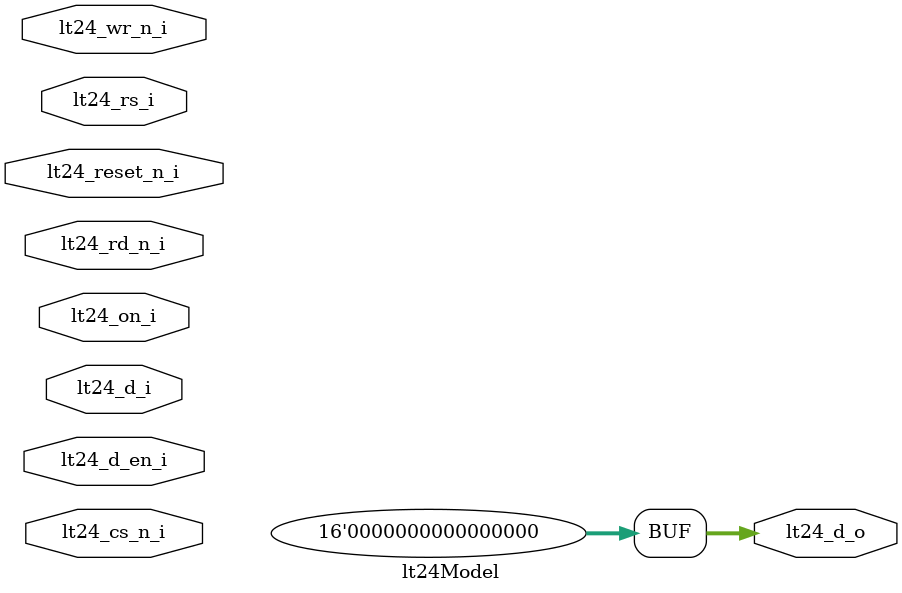
<source format=v>

module lt24Model (

// OUTPUTs
    lt24_d_o,                      // LT24 Data input

// INPUTs
    lt24_cs_n_i,                   // LT24 Chip select (Active low)
    lt24_rd_n_i,                   // LT24 Read strobe (Active low)
    lt24_wr_n_i,                   // LT24 Write strobe (Active low)
    lt24_rs_i,                     // LT24 Command/Param selection (Cmd=0/Param=1)
    lt24_d_i,                      // LT24 Data output
    lt24_d_en_i,                   // LT24 Data output enable
    lt24_reset_n_i,                // LT24 Reset (Active Low)
    lt24_on_i                      // LT24 on/off
);

// OUTPUTs
//============
output      [15:0] lt24_d_o;       // LT24 Data input

// INPUTs
//============
input              lt24_cs_n_i;    // LT24 Chip select (Active low)
input              lt24_rd_n_i;    // LT24 Read strobe (Active low)
input              lt24_wr_n_i;    // LT24 Write strobe (Active low)
input              lt24_rs_i;      // LT24 Command/Param selection (Cmd=0/Param=1)
input       [15:0] lt24_d_i;       // LT24 Data output
input              lt24_d_en_i;    // LT24 Data output enable
input              lt24_reset_n_i; // LT24 Reset (Active Low)
input              lt24_on_i;      // LT24 on/off


//----------------------------------------------------------------------------
// 
//----------------------------------------------------------------------------

// PARAMETERs
//============

// Screen
parameter LT24_WIDTH   = 320;
parameter LT24_HEIGHT  = 240;
parameter LT24_SIZE    = LT24_WIDTH * LT24_HEIGHT;

// Command
parameter CMD_NOP                       =  16'h0000;
parameter CMD_SOFTWARE_RESET            =  16'h0001;
parameter CMD_READ_DISPLAY_ID           =  16'h0004;
parameter CMD_READ_DISPLAY_STATUS       =  16'h0009;
parameter CMD_READ_DISPLAY_POWER_MODE   =  16'h000A;
parameter CMD_READ_DISPLAY_MADCTL       =  16'h000B;
parameter CMD_READ_DISPLAY_PIXEL_FORMAT =  16'h000C;
parameter CMD_READ_DISPLAY_IMAGE_FORMAT =  16'h000D;
parameter CMD_READ_DISPLAY_SIGNAL_MODE  =  16'h000E;
parameter CMD_READ_DISPLAY_SELF_DIAG    =  16'h000F;
parameter CMD_ENTER_SLEEP_MODE          =  16'h0010;
parameter CMD_SLEEP_OUT                 =  16'h0011;
parameter CMD_PARTIAL_MODE_ON           =  16'h0012;
parameter CMD_NORMAL_DISPLAY_MODE_ON    =  16'h0013;
parameter CMD_DISPLAY_INVERSION_OFF     =  16'h0020;
parameter CMD_DISPLAY_INVERSION_ON      =  16'h0021;
parameter CMD_GAMMA_SET                 =  16'h0026;
parameter CMD_DISPLAY_OFF               =  16'h0028;
parameter CMD_DISPLAY_ON                =  16'h0029;
parameter CMD_COLUMN_ADDRESS_SET        =  16'h002A;
parameter CMD_PAGE_ADDRESS_SET          =  16'h002B;
parameter CMD_MEMORY_WRITE              =  16'h002C;
parameter CMD_COLOR_SET                 =  16'h002D;
parameter CMD_MEMORY_READ               =  16'h002E;
parameter CMD_PARTIAL_AREA              =  16'h0030;
parameter CMD_VERTICAL_SCROLLING_DEF    =  16'h0033;
parameter CMD_TEARING_EFFECT_LINE_OFF   =  16'h0034;
parameter CMD_TEARING_EFFECT_LINE_ON    =  16'h0035;
parameter CMD_MEMORY_ACCESS_CONTROL     =  16'h0036;
parameter CMD_VERTICAL_SCROL_START_ADDR =  16'h0037;
parameter CMD_IDLE_MODE_OFF             =  16'h0038;
parameter CMD_IDLE_MODE_ON              =  16'h0039;
parameter CMD_PIXEL_FORMAT_SET          =  16'h003A;
parameter CMD_WRITE_MEMORY_CONTINUE     =  16'h003C;
parameter CMD_READ_MEMORY_CONTINUE      =  16'h003E;
parameter CMD_SET_TEAR_SCANLINE         =  16'h0044;
parameter CMD_GET_SCANLINE              =  16'h0045;
parameter CMD_WRITE_DISPLAY_BRIGHTNESS  =  16'h0051;
parameter CMD_READ_DISPLAY_BRIGHTNESS   =  16'h0052;
parameter CMD_WRITE_CTRL_DISPLAY        =  16'h0053;
parameter CMD_READ_CTRL_DISPLAY         =  16'h0054;
parameter CMD_WRITE_CONTENT_ADAPTIVE    =  16'h0055;
parameter CMD_READ_CONTENT_ADAPTIVE     =  16'h0056;
parameter CMD_WRITE_CABC_MIN_BRIGHTNESS =  16'h005E;
parameter CMD_READ_CABC_MIN_BRIGHTNESS  =  16'h005F;
parameter CMD_READ_ID1                  =  16'h00DA;
parameter CMD_READ_ID2                  =  16'h00DB;
parameter CMD_READ_ID3                  =  16'h00DC;

parameter CMD_IDLE                      =  16'hFFFF;

// COMMAND DECODER
//=================
reg  [15:0] lt24_state;
always @(posedge lt24_wr_n_i or posedge lt24_cs_n_i)
  if (lt24_cs_n_i)     lt24_state        <= CMD_IDLE;
  else if (~lt24_rs_i) lt24_state        <= lt24_d_i;

reg         lt24_state_update;
always @(posedge lt24_wr_n_i or posedge lt24_rs_i)
  if (lt24_rs_i)       lt24_state_update <= 1'b0;
  else                 lt24_state_update <= 1'b1;


// MEMORY
//============

integer        mem_addr;
reg     [15:0] mem [0:LT24_SIZE-1];
     
always @(posedge lt24_wr_n_i)
  if     ((lt24_d_i  ==CMD_MEMORY_WRITE) & ~lt24_rs_i)
    begin
      mem_addr      <= 0;
    end
  else if (lt24_state==CMD_MEMORY_WRITE)
    begin
      mem[mem_addr] <= lt24_d_i;
      mem_addr      <= mem_addr+1;
    end

assign lt24_d_o = 16'h0000;


endmodule // lt24Model

</source>
